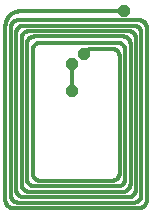
<source format=gbl>
G75*
%MOIN*%
%OFA0B0*%
%FSLAX25Y25*%
%IPPOS*%
%LPD*%
%AMOC8*
5,1,8,0,0,1.08239X$1,22.5*
%
%ADD10C,0.01200*%
%ADD11OC8,0.03962*%
D10*
X0032638Y0018833D02*
X0032638Y0076933D01*
X0034438Y0076433D02*
X0034438Y0020633D01*
X0032638Y0018833D02*
X0032640Y0018735D01*
X0032646Y0018637D01*
X0032655Y0018539D01*
X0032669Y0018442D01*
X0032686Y0018345D01*
X0032707Y0018249D01*
X0032732Y0018154D01*
X0032760Y0018060D01*
X0032793Y0017968D01*
X0032828Y0017876D01*
X0032868Y0017786D01*
X0032910Y0017698D01*
X0032957Y0017611D01*
X0033006Y0017527D01*
X0033059Y0017444D01*
X0033115Y0017364D01*
X0033175Y0017285D01*
X0033237Y0017209D01*
X0033302Y0017136D01*
X0033370Y0017065D01*
X0033441Y0016997D01*
X0033514Y0016932D01*
X0033590Y0016870D01*
X0033669Y0016810D01*
X0033749Y0016754D01*
X0033832Y0016701D01*
X0033916Y0016652D01*
X0034003Y0016605D01*
X0034091Y0016563D01*
X0034181Y0016523D01*
X0034273Y0016488D01*
X0034365Y0016455D01*
X0034459Y0016427D01*
X0034554Y0016402D01*
X0034650Y0016381D01*
X0034747Y0016364D01*
X0034844Y0016350D01*
X0034942Y0016341D01*
X0035040Y0016335D01*
X0035138Y0016333D01*
X0077238Y0016333D01*
X0077336Y0016335D01*
X0077434Y0016341D01*
X0077532Y0016350D01*
X0077629Y0016364D01*
X0077726Y0016381D01*
X0077822Y0016402D01*
X0077917Y0016427D01*
X0078011Y0016455D01*
X0078103Y0016488D01*
X0078195Y0016523D01*
X0078285Y0016563D01*
X0078373Y0016605D01*
X0078460Y0016652D01*
X0078544Y0016701D01*
X0078627Y0016754D01*
X0078707Y0016810D01*
X0078786Y0016870D01*
X0078862Y0016932D01*
X0078935Y0016997D01*
X0079006Y0017065D01*
X0079074Y0017136D01*
X0079139Y0017209D01*
X0079201Y0017285D01*
X0079261Y0017364D01*
X0079317Y0017444D01*
X0079370Y0017527D01*
X0079419Y0017611D01*
X0079466Y0017698D01*
X0079508Y0017786D01*
X0079548Y0017876D01*
X0079583Y0017968D01*
X0079616Y0018060D01*
X0079644Y0018154D01*
X0079669Y0018249D01*
X0079690Y0018345D01*
X0079707Y0018442D01*
X0079721Y0018539D01*
X0079730Y0018637D01*
X0079736Y0018735D01*
X0079738Y0018833D01*
X0079738Y0076433D01*
X0079736Y0076531D01*
X0079730Y0076629D01*
X0079721Y0076727D01*
X0079707Y0076824D01*
X0079690Y0076921D01*
X0079669Y0077017D01*
X0079644Y0077112D01*
X0079616Y0077206D01*
X0079583Y0077298D01*
X0079548Y0077390D01*
X0079508Y0077480D01*
X0079466Y0077568D01*
X0079419Y0077655D01*
X0079370Y0077739D01*
X0079317Y0077822D01*
X0079261Y0077902D01*
X0079201Y0077981D01*
X0079139Y0078057D01*
X0079074Y0078130D01*
X0079006Y0078201D01*
X0078935Y0078269D01*
X0078862Y0078334D01*
X0078786Y0078396D01*
X0078707Y0078456D01*
X0078627Y0078512D01*
X0078544Y0078565D01*
X0078460Y0078614D01*
X0078373Y0078661D01*
X0078285Y0078703D01*
X0078195Y0078743D01*
X0078103Y0078778D01*
X0078011Y0078811D01*
X0077917Y0078839D01*
X0077822Y0078864D01*
X0077726Y0078885D01*
X0077629Y0078902D01*
X0077532Y0078916D01*
X0077434Y0078925D01*
X0077336Y0078931D01*
X0077238Y0078933D01*
X0036938Y0078933D01*
X0037638Y0081933D02*
X0037498Y0081931D01*
X0037358Y0081925D01*
X0037218Y0081915D01*
X0037078Y0081902D01*
X0036939Y0081884D01*
X0036800Y0081862D01*
X0036663Y0081837D01*
X0036525Y0081808D01*
X0036389Y0081775D01*
X0036254Y0081738D01*
X0036120Y0081697D01*
X0035987Y0081652D01*
X0035855Y0081604D01*
X0035725Y0081552D01*
X0035596Y0081497D01*
X0035469Y0081438D01*
X0035343Y0081375D01*
X0035219Y0081309D01*
X0035098Y0081240D01*
X0034978Y0081167D01*
X0034860Y0081090D01*
X0034745Y0081011D01*
X0034631Y0080928D01*
X0034521Y0080842D01*
X0034412Y0080753D01*
X0034306Y0080661D01*
X0034203Y0080566D01*
X0034102Y0080469D01*
X0034005Y0080368D01*
X0033910Y0080265D01*
X0033818Y0080159D01*
X0033729Y0080050D01*
X0033643Y0079940D01*
X0033560Y0079826D01*
X0033481Y0079711D01*
X0033404Y0079593D01*
X0033331Y0079473D01*
X0033262Y0079352D01*
X0033196Y0079228D01*
X0033133Y0079102D01*
X0033074Y0078975D01*
X0033019Y0078846D01*
X0032967Y0078716D01*
X0032919Y0078584D01*
X0032874Y0078451D01*
X0032833Y0078317D01*
X0032796Y0078182D01*
X0032763Y0078046D01*
X0032734Y0077908D01*
X0032709Y0077771D01*
X0032687Y0077632D01*
X0032669Y0077493D01*
X0032656Y0077353D01*
X0032646Y0077213D01*
X0032640Y0077073D01*
X0032638Y0076933D01*
X0036238Y0074633D02*
X0036238Y0022433D01*
X0034438Y0020633D02*
X0034440Y0020535D01*
X0034446Y0020437D01*
X0034455Y0020339D01*
X0034469Y0020242D01*
X0034486Y0020145D01*
X0034507Y0020049D01*
X0034532Y0019954D01*
X0034560Y0019860D01*
X0034593Y0019768D01*
X0034628Y0019676D01*
X0034668Y0019586D01*
X0034710Y0019498D01*
X0034757Y0019411D01*
X0034806Y0019327D01*
X0034859Y0019244D01*
X0034915Y0019164D01*
X0034975Y0019085D01*
X0035037Y0019009D01*
X0035102Y0018936D01*
X0035170Y0018865D01*
X0035241Y0018797D01*
X0035314Y0018732D01*
X0035390Y0018670D01*
X0035469Y0018610D01*
X0035549Y0018554D01*
X0035632Y0018501D01*
X0035716Y0018452D01*
X0035803Y0018405D01*
X0035891Y0018363D01*
X0035981Y0018323D01*
X0036073Y0018288D01*
X0036165Y0018255D01*
X0036259Y0018227D01*
X0036354Y0018202D01*
X0036450Y0018181D01*
X0036547Y0018164D01*
X0036644Y0018150D01*
X0036742Y0018141D01*
X0036840Y0018135D01*
X0036938Y0018133D01*
X0075438Y0018133D01*
X0073638Y0019933D02*
X0038738Y0019933D01*
X0040538Y0021733D02*
X0071838Y0021733D01*
X0073638Y0019933D02*
X0073736Y0019935D01*
X0073834Y0019941D01*
X0073932Y0019950D01*
X0074029Y0019964D01*
X0074126Y0019981D01*
X0074222Y0020002D01*
X0074317Y0020027D01*
X0074411Y0020055D01*
X0074503Y0020088D01*
X0074595Y0020123D01*
X0074685Y0020163D01*
X0074773Y0020205D01*
X0074860Y0020252D01*
X0074944Y0020301D01*
X0075027Y0020354D01*
X0075107Y0020410D01*
X0075186Y0020470D01*
X0075262Y0020532D01*
X0075335Y0020597D01*
X0075406Y0020665D01*
X0075474Y0020736D01*
X0075539Y0020809D01*
X0075601Y0020885D01*
X0075661Y0020964D01*
X0075717Y0021044D01*
X0075770Y0021127D01*
X0075819Y0021211D01*
X0075866Y0021298D01*
X0075908Y0021386D01*
X0075948Y0021476D01*
X0075983Y0021568D01*
X0076016Y0021660D01*
X0076044Y0021754D01*
X0076069Y0021849D01*
X0076090Y0021945D01*
X0076107Y0022042D01*
X0076121Y0022139D01*
X0076130Y0022237D01*
X0076136Y0022335D01*
X0076138Y0022433D01*
X0076138Y0072833D01*
X0077938Y0074633D02*
X0077936Y0074731D01*
X0077930Y0074829D01*
X0077921Y0074927D01*
X0077907Y0075024D01*
X0077890Y0075121D01*
X0077869Y0075217D01*
X0077844Y0075312D01*
X0077816Y0075406D01*
X0077783Y0075498D01*
X0077748Y0075590D01*
X0077708Y0075680D01*
X0077666Y0075768D01*
X0077619Y0075855D01*
X0077570Y0075939D01*
X0077517Y0076022D01*
X0077461Y0076102D01*
X0077401Y0076181D01*
X0077339Y0076257D01*
X0077274Y0076330D01*
X0077206Y0076401D01*
X0077135Y0076469D01*
X0077062Y0076534D01*
X0076986Y0076596D01*
X0076907Y0076656D01*
X0076827Y0076712D01*
X0076744Y0076765D01*
X0076660Y0076814D01*
X0076573Y0076861D01*
X0076485Y0076903D01*
X0076395Y0076943D01*
X0076303Y0076978D01*
X0076211Y0077011D01*
X0076117Y0077039D01*
X0076022Y0077064D01*
X0075926Y0077085D01*
X0075829Y0077102D01*
X0075732Y0077116D01*
X0075634Y0077125D01*
X0075536Y0077131D01*
X0075438Y0077133D01*
X0038738Y0077133D01*
X0036938Y0078933D02*
X0036840Y0078931D01*
X0036742Y0078925D01*
X0036644Y0078916D01*
X0036547Y0078902D01*
X0036450Y0078885D01*
X0036354Y0078864D01*
X0036259Y0078839D01*
X0036165Y0078811D01*
X0036073Y0078778D01*
X0035981Y0078743D01*
X0035891Y0078703D01*
X0035803Y0078661D01*
X0035716Y0078614D01*
X0035632Y0078565D01*
X0035549Y0078512D01*
X0035469Y0078456D01*
X0035390Y0078396D01*
X0035314Y0078334D01*
X0035241Y0078269D01*
X0035170Y0078201D01*
X0035102Y0078130D01*
X0035037Y0078057D01*
X0034975Y0077981D01*
X0034915Y0077902D01*
X0034859Y0077822D01*
X0034806Y0077739D01*
X0034757Y0077655D01*
X0034710Y0077568D01*
X0034668Y0077480D01*
X0034628Y0077390D01*
X0034593Y0077298D01*
X0034560Y0077206D01*
X0034532Y0077112D01*
X0034507Y0077017D01*
X0034486Y0076921D01*
X0034469Y0076824D01*
X0034455Y0076727D01*
X0034446Y0076629D01*
X0034440Y0076531D01*
X0034438Y0076433D01*
X0036238Y0074633D02*
X0036240Y0074731D01*
X0036246Y0074829D01*
X0036255Y0074927D01*
X0036269Y0075024D01*
X0036286Y0075121D01*
X0036307Y0075217D01*
X0036332Y0075312D01*
X0036360Y0075406D01*
X0036393Y0075498D01*
X0036428Y0075590D01*
X0036468Y0075680D01*
X0036510Y0075768D01*
X0036557Y0075855D01*
X0036606Y0075939D01*
X0036659Y0076022D01*
X0036715Y0076102D01*
X0036775Y0076181D01*
X0036837Y0076257D01*
X0036902Y0076330D01*
X0036970Y0076401D01*
X0037041Y0076469D01*
X0037114Y0076534D01*
X0037190Y0076596D01*
X0037269Y0076656D01*
X0037349Y0076712D01*
X0037432Y0076765D01*
X0037516Y0076814D01*
X0037603Y0076861D01*
X0037691Y0076903D01*
X0037781Y0076943D01*
X0037873Y0076978D01*
X0037965Y0077011D01*
X0038059Y0077039D01*
X0038154Y0077064D01*
X0038250Y0077085D01*
X0038347Y0077102D01*
X0038444Y0077116D01*
X0038542Y0077125D01*
X0038640Y0077131D01*
X0038738Y0077133D01*
X0040538Y0075333D02*
X0073638Y0075333D01*
X0071838Y0073533D02*
X0042338Y0073533D01*
X0040538Y0075333D02*
X0040440Y0075331D01*
X0040342Y0075325D01*
X0040244Y0075316D01*
X0040147Y0075302D01*
X0040050Y0075285D01*
X0039954Y0075264D01*
X0039859Y0075239D01*
X0039765Y0075211D01*
X0039673Y0075178D01*
X0039581Y0075143D01*
X0039491Y0075103D01*
X0039403Y0075061D01*
X0039316Y0075014D01*
X0039232Y0074965D01*
X0039149Y0074912D01*
X0039069Y0074856D01*
X0038990Y0074796D01*
X0038914Y0074734D01*
X0038841Y0074669D01*
X0038770Y0074601D01*
X0038702Y0074530D01*
X0038637Y0074457D01*
X0038575Y0074381D01*
X0038515Y0074302D01*
X0038459Y0074222D01*
X0038406Y0074139D01*
X0038357Y0074055D01*
X0038310Y0073968D01*
X0038268Y0073880D01*
X0038228Y0073790D01*
X0038193Y0073698D01*
X0038160Y0073606D01*
X0038132Y0073512D01*
X0038107Y0073417D01*
X0038086Y0073321D01*
X0038069Y0073224D01*
X0038055Y0073127D01*
X0038046Y0073029D01*
X0038040Y0072931D01*
X0038038Y0072833D01*
X0038038Y0024233D01*
X0036238Y0022433D02*
X0036240Y0022335D01*
X0036246Y0022237D01*
X0036255Y0022139D01*
X0036269Y0022042D01*
X0036286Y0021945D01*
X0036307Y0021849D01*
X0036332Y0021754D01*
X0036360Y0021660D01*
X0036393Y0021568D01*
X0036428Y0021476D01*
X0036468Y0021386D01*
X0036510Y0021298D01*
X0036557Y0021211D01*
X0036606Y0021127D01*
X0036659Y0021044D01*
X0036715Y0020964D01*
X0036775Y0020885D01*
X0036837Y0020809D01*
X0036902Y0020736D01*
X0036970Y0020665D01*
X0037041Y0020597D01*
X0037114Y0020532D01*
X0037190Y0020470D01*
X0037269Y0020410D01*
X0037349Y0020354D01*
X0037432Y0020301D01*
X0037516Y0020252D01*
X0037603Y0020205D01*
X0037691Y0020163D01*
X0037781Y0020123D01*
X0037873Y0020088D01*
X0037965Y0020055D01*
X0038059Y0020027D01*
X0038154Y0020002D01*
X0038250Y0019981D01*
X0038347Y0019964D01*
X0038444Y0019950D01*
X0038542Y0019941D01*
X0038640Y0019935D01*
X0038738Y0019933D01*
X0040538Y0021733D02*
X0040440Y0021735D01*
X0040342Y0021741D01*
X0040244Y0021750D01*
X0040147Y0021764D01*
X0040050Y0021781D01*
X0039954Y0021802D01*
X0039859Y0021827D01*
X0039765Y0021855D01*
X0039673Y0021888D01*
X0039581Y0021923D01*
X0039491Y0021963D01*
X0039403Y0022005D01*
X0039316Y0022052D01*
X0039232Y0022101D01*
X0039149Y0022154D01*
X0039069Y0022210D01*
X0038990Y0022270D01*
X0038914Y0022332D01*
X0038841Y0022397D01*
X0038770Y0022465D01*
X0038702Y0022536D01*
X0038637Y0022609D01*
X0038575Y0022685D01*
X0038515Y0022764D01*
X0038459Y0022844D01*
X0038406Y0022927D01*
X0038357Y0023011D01*
X0038310Y0023098D01*
X0038268Y0023186D01*
X0038228Y0023276D01*
X0038193Y0023368D01*
X0038160Y0023460D01*
X0038132Y0023554D01*
X0038107Y0023649D01*
X0038086Y0023745D01*
X0038069Y0023842D01*
X0038055Y0023939D01*
X0038046Y0024037D01*
X0038040Y0024135D01*
X0038038Y0024233D01*
X0039838Y0026033D02*
X0039838Y0071033D01*
X0039840Y0071131D01*
X0039846Y0071229D01*
X0039855Y0071327D01*
X0039869Y0071424D01*
X0039886Y0071521D01*
X0039907Y0071617D01*
X0039932Y0071712D01*
X0039960Y0071806D01*
X0039993Y0071898D01*
X0040028Y0071990D01*
X0040068Y0072080D01*
X0040110Y0072168D01*
X0040157Y0072255D01*
X0040206Y0072339D01*
X0040259Y0072422D01*
X0040315Y0072502D01*
X0040375Y0072581D01*
X0040437Y0072657D01*
X0040502Y0072730D01*
X0040570Y0072801D01*
X0040641Y0072869D01*
X0040714Y0072934D01*
X0040790Y0072996D01*
X0040869Y0073056D01*
X0040949Y0073112D01*
X0041032Y0073165D01*
X0041116Y0073214D01*
X0041203Y0073261D01*
X0041291Y0073303D01*
X0041381Y0073343D01*
X0041473Y0073378D01*
X0041565Y0073411D01*
X0041659Y0073439D01*
X0041754Y0073464D01*
X0041850Y0073485D01*
X0041947Y0073502D01*
X0042044Y0073516D01*
X0042142Y0073525D01*
X0042240Y0073531D01*
X0042338Y0073533D01*
X0044238Y0071433D02*
X0070038Y0071433D01*
X0071838Y0073533D02*
X0071936Y0073531D01*
X0072034Y0073525D01*
X0072132Y0073516D01*
X0072229Y0073502D01*
X0072326Y0073485D01*
X0072422Y0073464D01*
X0072517Y0073439D01*
X0072611Y0073411D01*
X0072703Y0073378D01*
X0072795Y0073343D01*
X0072885Y0073303D01*
X0072973Y0073261D01*
X0073060Y0073214D01*
X0073144Y0073165D01*
X0073227Y0073112D01*
X0073307Y0073056D01*
X0073386Y0072996D01*
X0073462Y0072934D01*
X0073535Y0072869D01*
X0073606Y0072801D01*
X0073674Y0072730D01*
X0073739Y0072657D01*
X0073801Y0072581D01*
X0073861Y0072502D01*
X0073917Y0072422D01*
X0073970Y0072339D01*
X0074019Y0072255D01*
X0074066Y0072168D01*
X0074108Y0072080D01*
X0074148Y0071990D01*
X0074183Y0071898D01*
X0074216Y0071806D01*
X0074244Y0071712D01*
X0074269Y0071617D01*
X0074290Y0071521D01*
X0074307Y0071424D01*
X0074321Y0071327D01*
X0074330Y0071229D01*
X0074336Y0071131D01*
X0074338Y0071033D01*
X0074338Y0024233D01*
X0074336Y0024135D01*
X0074330Y0024037D01*
X0074321Y0023939D01*
X0074307Y0023842D01*
X0074290Y0023745D01*
X0074269Y0023649D01*
X0074244Y0023554D01*
X0074216Y0023460D01*
X0074183Y0023368D01*
X0074148Y0023276D01*
X0074108Y0023186D01*
X0074066Y0023098D01*
X0074019Y0023011D01*
X0073970Y0022927D01*
X0073917Y0022844D01*
X0073861Y0022764D01*
X0073801Y0022685D01*
X0073739Y0022609D01*
X0073674Y0022536D01*
X0073606Y0022465D01*
X0073535Y0022397D01*
X0073462Y0022332D01*
X0073386Y0022270D01*
X0073307Y0022210D01*
X0073227Y0022154D01*
X0073144Y0022101D01*
X0073060Y0022052D01*
X0072973Y0022005D01*
X0072885Y0021963D01*
X0072795Y0021923D01*
X0072703Y0021888D01*
X0072611Y0021855D01*
X0072517Y0021827D01*
X0072422Y0021802D01*
X0072326Y0021781D01*
X0072229Y0021764D01*
X0072132Y0021750D01*
X0072034Y0021741D01*
X0071936Y0021735D01*
X0071838Y0021733D01*
X0070038Y0023533D02*
X0042338Y0023533D01*
X0042240Y0023535D01*
X0042142Y0023541D01*
X0042044Y0023550D01*
X0041947Y0023564D01*
X0041850Y0023581D01*
X0041754Y0023602D01*
X0041659Y0023627D01*
X0041565Y0023655D01*
X0041473Y0023688D01*
X0041381Y0023723D01*
X0041291Y0023763D01*
X0041203Y0023805D01*
X0041116Y0023852D01*
X0041032Y0023901D01*
X0040949Y0023954D01*
X0040869Y0024010D01*
X0040790Y0024070D01*
X0040714Y0024132D01*
X0040641Y0024197D01*
X0040570Y0024265D01*
X0040502Y0024336D01*
X0040437Y0024409D01*
X0040375Y0024485D01*
X0040315Y0024564D01*
X0040259Y0024644D01*
X0040206Y0024727D01*
X0040157Y0024811D01*
X0040110Y0024898D01*
X0040068Y0024986D01*
X0040028Y0025076D01*
X0039993Y0025168D01*
X0039960Y0025260D01*
X0039932Y0025354D01*
X0039907Y0025449D01*
X0039886Y0025545D01*
X0039869Y0025642D01*
X0039855Y0025739D01*
X0039846Y0025837D01*
X0039840Y0025935D01*
X0039838Y0026033D01*
X0041738Y0027933D02*
X0041738Y0068933D01*
X0041740Y0069031D01*
X0041746Y0069129D01*
X0041755Y0069227D01*
X0041769Y0069324D01*
X0041786Y0069421D01*
X0041807Y0069517D01*
X0041832Y0069612D01*
X0041860Y0069706D01*
X0041893Y0069798D01*
X0041928Y0069890D01*
X0041968Y0069980D01*
X0042010Y0070068D01*
X0042057Y0070155D01*
X0042106Y0070239D01*
X0042159Y0070322D01*
X0042215Y0070402D01*
X0042275Y0070481D01*
X0042337Y0070557D01*
X0042402Y0070630D01*
X0042470Y0070701D01*
X0042541Y0070769D01*
X0042614Y0070834D01*
X0042690Y0070896D01*
X0042769Y0070956D01*
X0042849Y0071012D01*
X0042932Y0071065D01*
X0043016Y0071114D01*
X0043103Y0071161D01*
X0043191Y0071203D01*
X0043281Y0071243D01*
X0043373Y0071278D01*
X0043465Y0071311D01*
X0043559Y0071339D01*
X0043654Y0071364D01*
X0043750Y0071385D01*
X0043847Y0071402D01*
X0043944Y0071416D01*
X0044042Y0071425D01*
X0044140Y0071431D01*
X0044238Y0071433D01*
X0037638Y0081933D02*
X0072238Y0081933D01*
X0077938Y0074633D02*
X0077938Y0020633D01*
X0077936Y0020535D01*
X0077930Y0020437D01*
X0077921Y0020339D01*
X0077907Y0020242D01*
X0077890Y0020145D01*
X0077869Y0020049D01*
X0077844Y0019954D01*
X0077816Y0019860D01*
X0077783Y0019768D01*
X0077748Y0019676D01*
X0077708Y0019586D01*
X0077666Y0019498D01*
X0077619Y0019411D01*
X0077570Y0019327D01*
X0077517Y0019244D01*
X0077461Y0019164D01*
X0077401Y0019085D01*
X0077339Y0019009D01*
X0077274Y0018936D01*
X0077206Y0018865D01*
X0077135Y0018797D01*
X0077062Y0018732D01*
X0076986Y0018670D01*
X0076907Y0018610D01*
X0076827Y0018554D01*
X0076744Y0018501D01*
X0076660Y0018452D01*
X0076573Y0018405D01*
X0076485Y0018363D01*
X0076395Y0018323D01*
X0076303Y0018288D01*
X0076211Y0018255D01*
X0076117Y0018227D01*
X0076022Y0018202D01*
X0075926Y0018181D01*
X0075829Y0018164D01*
X0075732Y0018150D01*
X0075634Y0018141D01*
X0075536Y0018135D01*
X0075438Y0018133D01*
X0072538Y0026033D02*
X0072538Y0068933D01*
X0070738Y0066833D02*
X0070738Y0027933D01*
X0072538Y0026033D02*
X0072536Y0025935D01*
X0072530Y0025837D01*
X0072521Y0025739D01*
X0072507Y0025642D01*
X0072490Y0025545D01*
X0072469Y0025449D01*
X0072444Y0025354D01*
X0072416Y0025260D01*
X0072383Y0025168D01*
X0072348Y0025076D01*
X0072308Y0024986D01*
X0072266Y0024898D01*
X0072219Y0024811D01*
X0072170Y0024727D01*
X0072117Y0024644D01*
X0072061Y0024564D01*
X0072001Y0024485D01*
X0071939Y0024409D01*
X0071874Y0024336D01*
X0071806Y0024265D01*
X0071735Y0024197D01*
X0071662Y0024132D01*
X0071586Y0024070D01*
X0071507Y0024010D01*
X0071427Y0023954D01*
X0071344Y0023901D01*
X0071260Y0023852D01*
X0071173Y0023805D01*
X0071085Y0023763D01*
X0070995Y0023723D01*
X0070903Y0023688D01*
X0070811Y0023655D01*
X0070717Y0023627D01*
X0070622Y0023602D01*
X0070526Y0023581D01*
X0070429Y0023564D01*
X0070332Y0023550D01*
X0070234Y0023541D01*
X0070136Y0023535D01*
X0070038Y0023533D01*
X0068238Y0025433D02*
X0044238Y0025433D01*
X0044140Y0025435D01*
X0044042Y0025441D01*
X0043944Y0025450D01*
X0043847Y0025464D01*
X0043750Y0025481D01*
X0043654Y0025502D01*
X0043559Y0025527D01*
X0043465Y0025555D01*
X0043373Y0025588D01*
X0043281Y0025623D01*
X0043191Y0025663D01*
X0043103Y0025705D01*
X0043016Y0025752D01*
X0042932Y0025801D01*
X0042849Y0025854D01*
X0042769Y0025910D01*
X0042690Y0025970D01*
X0042614Y0026032D01*
X0042541Y0026097D01*
X0042470Y0026165D01*
X0042402Y0026236D01*
X0042337Y0026309D01*
X0042275Y0026385D01*
X0042215Y0026464D01*
X0042159Y0026544D01*
X0042106Y0026627D01*
X0042057Y0026711D01*
X0042010Y0026798D01*
X0041968Y0026886D01*
X0041928Y0026976D01*
X0041893Y0027068D01*
X0041860Y0027160D01*
X0041832Y0027254D01*
X0041807Y0027349D01*
X0041786Y0027445D01*
X0041769Y0027542D01*
X0041755Y0027639D01*
X0041746Y0027737D01*
X0041740Y0027835D01*
X0041738Y0027933D01*
X0068238Y0025433D02*
X0068336Y0025435D01*
X0068434Y0025441D01*
X0068532Y0025450D01*
X0068629Y0025464D01*
X0068726Y0025481D01*
X0068822Y0025502D01*
X0068917Y0025527D01*
X0069011Y0025555D01*
X0069103Y0025588D01*
X0069195Y0025623D01*
X0069285Y0025663D01*
X0069373Y0025705D01*
X0069460Y0025752D01*
X0069544Y0025801D01*
X0069627Y0025854D01*
X0069707Y0025910D01*
X0069786Y0025970D01*
X0069862Y0026032D01*
X0069935Y0026097D01*
X0070006Y0026165D01*
X0070074Y0026236D01*
X0070139Y0026309D01*
X0070201Y0026385D01*
X0070261Y0026464D01*
X0070317Y0026544D01*
X0070370Y0026627D01*
X0070419Y0026711D01*
X0070466Y0026798D01*
X0070508Y0026886D01*
X0070548Y0026976D01*
X0070583Y0027068D01*
X0070616Y0027160D01*
X0070644Y0027254D01*
X0070669Y0027349D01*
X0070690Y0027445D01*
X0070707Y0027542D01*
X0070721Y0027639D01*
X0070730Y0027737D01*
X0070736Y0027835D01*
X0070738Y0027933D01*
X0054738Y0055433D02*
X0054738Y0064433D01*
X0058988Y0067683D02*
X0060638Y0069333D01*
X0068238Y0069333D01*
X0070038Y0071433D02*
X0070136Y0071431D01*
X0070234Y0071425D01*
X0070332Y0071416D01*
X0070429Y0071402D01*
X0070526Y0071385D01*
X0070622Y0071364D01*
X0070717Y0071339D01*
X0070811Y0071311D01*
X0070903Y0071278D01*
X0070995Y0071243D01*
X0071085Y0071203D01*
X0071173Y0071161D01*
X0071260Y0071114D01*
X0071344Y0071065D01*
X0071427Y0071012D01*
X0071507Y0070956D01*
X0071586Y0070896D01*
X0071662Y0070834D01*
X0071735Y0070769D01*
X0071806Y0070701D01*
X0071874Y0070630D01*
X0071939Y0070557D01*
X0072001Y0070481D01*
X0072061Y0070402D01*
X0072117Y0070322D01*
X0072170Y0070239D01*
X0072219Y0070155D01*
X0072266Y0070068D01*
X0072308Y0069980D01*
X0072348Y0069890D01*
X0072383Y0069798D01*
X0072416Y0069706D01*
X0072444Y0069612D01*
X0072469Y0069517D01*
X0072490Y0069421D01*
X0072507Y0069324D01*
X0072521Y0069227D01*
X0072530Y0069129D01*
X0072536Y0069031D01*
X0072538Y0068933D01*
X0076138Y0072833D02*
X0076136Y0072931D01*
X0076130Y0073029D01*
X0076121Y0073127D01*
X0076107Y0073224D01*
X0076090Y0073321D01*
X0076069Y0073417D01*
X0076044Y0073512D01*
X0076016Y0073606D01*
X0075983Y0073698D01*
X0075948Y0073790D01*
X0075908Y0073880D01*
X0075866Y0073968D01*
X0075819Y0074055D01*
X0075770Y0074139D01*
X0075717Y0074222D01*
X0075661Y0074302D01*
X0075601Y0074381D01*
X0075539Y0074457D01*
X0075474Y0074530D01*
X0075406Y0074601D01*
X0075335Y0074669D01*
X0075262Y0074734D01*
X0075186Y0074796D01*
X0075107Y0074856D01*
X0075027Y0074912D01*
X0074944Y0074965D01*
X0074860Y0075014D01*
X0074773Y0075061D01*
X0074685Y0075103D01*
X0074595Y0075143D01*
X0074503Y0075178D01*
X0074411Y0075211D01*
X0074317Y0075239D01*
X0074222Y0075264D01*
X0074126Y0075285D01*
X0074029Y0075302D01*
X0073932Y0075316D01*
X0073834Y0075325D01*
X0073736Y0075331D01*
X0073638Y0075333D01*
X0068238Y0069333D02*
X0068336Y0069331D01*
X0068434Y0069325D01*
X0068532Y0069316D01*
X0068629Y0069302D01*
X0068726Y0069285D01*
X0068822Y0069264D01*
X0068917Y0069239D01*
X0069011Y0069211D01*
X0069103Y0069178D01*
X0069195Y0069143D01*
X0069285Y0069103D01*
X0069373Y0069061D01*
X0069460Y0069014D01*
X0069544Y0068965D01*
X0069627Y0068912D01*
X0069707Y0068856D01*
X0069786Y0068796D01*
X0069862Y0068734D01*
X0069935Y0068669D01*
X0070006Y0068601D01*
X0070074Y0068530D01*
X0070139Y0068457D01*
X0070201Y0068381D01*
X0070261Y0068302D01*
X0070317Y0068222D01*
X0070370Y0068139D01*
X0070419Y0068055D01*
X0070466Y0067968D01*
X0070508Y0067880D01*
X0070548Y0067790D01*
X0070583Y0067698D01*
X0070616Y0067606D01*
X0070644Y0067512D01*
X0070669Y0067417D01*
X0070690Y0067321D01*
X0070707Y0067224D01*
X0070721Y0067127D01*
X0070730Y0067029D01*
X0070736Y0066931D01*
X0070738Y0066833D01*
D11*
X0058988Y0067683D03*
X0054738Y0064433D03*
X0054738Y0055433D03*
X0072238Y0081933D03*
M02*

</source>
